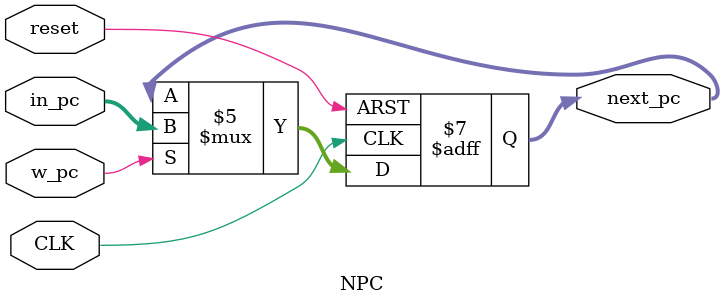
<source format=v>


module NPC(
	input            CLK,		 // 
    input            reset,      // 

	input            w_pc,       // pc 写信号

  	input [31:0]     in_pc,    //
  	output reg[31:0] next_pc);

	initial begin
    	next_pc <= 0;  					// 初始为 0
	end
	
	always@(posedge CLK or posedge reset)
	 begin
		if (reset == 1)  
      		next_pc <= 0;  				// 重置为 0 
		else 
		begin
			if (w_pc)  
			begin
        		//$display("next_pc <= in_pc : %x",in_pc);
				next_pc <= in_pc;	// 更新pc
			end
			else 
        		next_pc <= next_pc;	// 不变
		 end
	 end 
endmodule

</source>
